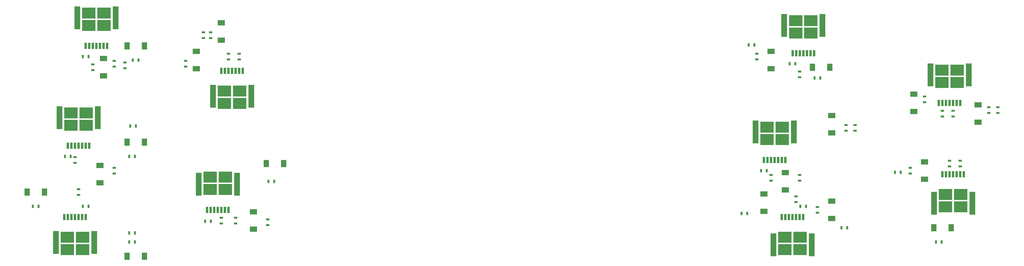
<source format=gbr>
G75*
G70*
%OFA0B0*%
%FSLAX24Y24*%
%IPPOS*%
%LPD*%
%AMOC8*
5,1,8,0,0,1.08239X$1,22.5*
%
%ADD10R,0.0350X0.0900*%
%ADD11R,0.1875X0.1575*%
%ADD12R,0.1875X0.1575*%
%ADD13R,0.0984X0.0748*%
%ADD14R,0.0748X0.0984*%
%ADD15R,0.0500X0.0300*%
%ADD16R,0.0300X0.0500*%
%ADD17R,0.0787X0.3228*%
D10*
X028609Y008181D03*
X029109Y008181D03*
X029609Y008181D03*
X030109Y008181D03*
X030609Y008181D03*
X031109Y008181D03*
X031609Y008181D03*
X048609Y009181D03*
X049109Y009181D03*
X049609Y009181D03*
X050109Y009181D03*
X050609Y009181D03*
X051109Y009181D03*
X051609Y009181D03*
X032109Y018181D03*
X031609Y018181D03*
X031109Y018181D03*
X030609Y018181D03*
X030109Y018181D03*
X029609Y018181D03*
X029109Y018181D03*
X050609Y028681D03*
X051109Y028681D03*
X051609Y028681D03*
X052109Y028681D03*
X052609Y028681D03*
X053109Y028681D03*
X053609Y028681D03*
X034609Y032181D03*
X034109Y032181D03*
X033609Y032181D03*
X033109Y032181D03*
X032609Y032181D03*
X032109Y032181D03*
X031609Y032181D03*
X126609Y016181D03*
X127109Y016181D03*
X127609Y016181D03*
X128109Y016181D03*
X128609Y016181D03*
X129109Y016181D03*
X129609Y016181D03*
X151609Y014181D03*
X152109Y014181D03*
X152609Y014181D03*
X153109Y014181D03*
X153609Y014181D03*
X154109Y014181D03*
X154609Y014181D03*
X132109Y008181D03*
X131609Y008181D03*
X131109Y008181D03*
X130609Y008181D03*
X130109Y008181D03*
X129609Y008181D03*
X129109Y008181D03*
X151109Y024181D03*
X151609Y024181D03*
X152109Y024181D03*
X152609Y024181D03*
X153109Y024181D03*
X153609Y024181D03*
X154109Y024181D03*
X133616Y031126D03*
X133116Y031126D03*
X132616Y031126D03*
X132116Y031126D03*
X131616Y031126D03*
X131116Y031126D03*
X130616Y031126D03*
D11*
X151546Y028769D03*
X131054Y035714D03*
X127046Y020769D03*
X154171Y009594D03*
X131671Y003594D03*
X049046Y013769D03*
X029546Y022769D03*
X053171Y024094D03*
X032046Y036769D03*
X031171Y003594D03*
D12*
X029046Y003594D03*
X029046Y005344D03*
X031171Y005344D03*
X049046Y012019D03*
X051171Y012019D03*
X051171Y013769D03*
X031671Y021019D03*
X029546Y021019D03*
X031671Y022769D03*
X051046Y024094D03*
X051046Y025844D03*
X053171Y025844D03*
X034171Y035019D03*
X032046Y035019D03*
X034171Y036769D03*
X127046Y019019D03*
X129171Y019019D03*
X129171Y020769D03*
X151546Y027019D03*
X153671Y027019D03*
X153671Y028769D03*
X133179Y033964D03*
X131054Y033964D03*
X133179Y035714D03*
X152046Y011344D03*
X154171Y011344D03*
X152046Y009594D03*
X131671Y005344D03*
X129546Y005344D03*
X129546Y003594D03*
D13*
X136109Y007961D03*
X126609Y008961D03*
X136109Y010402D03*
X129609Y011961D03*
X126609Y011402D03*
X129609Y014402D03*
X149109Y013461D03*
X149109Y015902D03*
X136109Y019961D03*
X136109Y022402D03*
X147609Y022961D03*
X156609Y023902D03*
X147609Y025402D03*
X156609Y021461D03*
X127609Y028961D03*
X127609Y031402D03*
X050609Y032961D03*
X047109Y031402D03*
X047109Y028961D03*
X034109Y027961D03*
X034109Y030402D03*
X050609Y035402D03*
X033609Y015402D03*
X033609Y012961D03*
X055109Y008902D03*
X055109Y006461D03*
D14*
X039829Y002681D03*
X037388Y002681D03*
X025829Y011681D03*
X023388Y011681D03*
X056888Y015681D03*
X059329Y015681D03*
X039829Y018681D03*
X037388Y018681D03*
X037388Y032181D03*
X039829Y032181D03*
X133388Y029181D03*
X135829Y029181D03*
X150388Y006681D03*
X152829Y006681D03*
D15*
X134109Y008781D03*
X134109Y009581D03*
X131109Y010281D03*
X131109Y011081D03*
X131609Y013281D03*
X131609Y014081D03*
X127609Y014081D03*
X127609Y013281D03*
X147109Y014281D03*
X147109Y015081D03*
X152609Y015281D03*
X154109Y015281D03*
X154109Y016081D03*
X152609Y016081D03*
X139359Y020281D03*
X138109Y020281D03*
X138109Y021081D03*
X139359Y021081D03*
X151609Y022281D03*
X153109Y022281D03*
X153109Y023081D03*
X151609Y023081D03*
X149109Y024281D03*
X149109Y025081D03*
X158109Y023581D03*
X159359Y023581D03*
X159359Y022781D03*
X158109Y022781D03*
X131609Y027781D03*
X131609Y028581D03*
X125609Y030281D03*
X125609Y031081D03*
X053109Y031081D03*
X051609Y031081D03*
X051609Y030281D03*
X053109Y030281D03*
X045609Y030081D03*
X045609Y029281D03*
X037109Y029031D03*
X035609Y029281D03*
X037109Y029831D03*
X035609Y030081D03*
X032609Y029581D03*
X032609Y028781D03*
X048109Y033281D03*
X049109Y033281D03*
X049109Y034081D03*
X048109Y034081D03*
X030109Y016581D03*
X030109Y015781D03*
X035609Y015081D03*
X035609Y014281D03*
X030609Y012081D03*
X030609Y011281D03*
X050609Y008081D03*
X052609Y008081D03*
X052609Y007281D03*
X050609Y007281D03*
X057109Y007031D03*
X057109Y007831D03*
D16*
X049134Y007556D03*
X048334Y007556D03*
X038509Y005931D03*
X037709Y005931D03*
X037709Y004681D03*
X038509Y004681D03*
X032009Y009681D03*
X031209Y009681D03*
X025009Y009681D03*
X024209Y009681D03*
X057209Y013181D03*
X058009Y013181D03*
X038509Y016681D03*
X037709Y016681D03*
X029509Y016681D03*
X028709Y016681D03*
X037834Y020931D03*
X038634Y020931D03*
X039009Y030181D03*
X038209Y030181D03*
X032009Y030681D03*
X031209Y030681D03*
X124459Y032306D03*
X125259Y032306D03*
X130209Y029681D03*
X131009Y029681D03*
X133709Y027681D03*
X134509Y027681D03*
X127009Y014681D03*
X126209Y014681D03*
X144959Y014431D03*
X145759Y014431D03*
X132509Y009681D03*
X131709Y009681D03*
X124259Y008681D03*
X123459Y008681D03*
X137459Y006681D03*
X138259Y006681D03*
X150709Y004681D03*
X151509Y004681D03*
D17*
X027421Y004589D03*
X032796Y004589D03*
X047421Y012774D03*
X052796Y012774D03*
X033296Y022089D03*
X027921Y022089D03*
X049421Y025089D03*
X054796Y025089D03*
X035796Y036089D03*
X030421Y036089D03*
X125421Y020089D03*
X130796Y020089D03*
X149921Y028089D03*
X155296Y028089D03*
X134803Y035034D03*
X129429Y035034D03*
X150421Y010089D03*
X155796Y010089D03*
X133296Y004274D03*
X127921Y004274D03*
M02*

</source>
